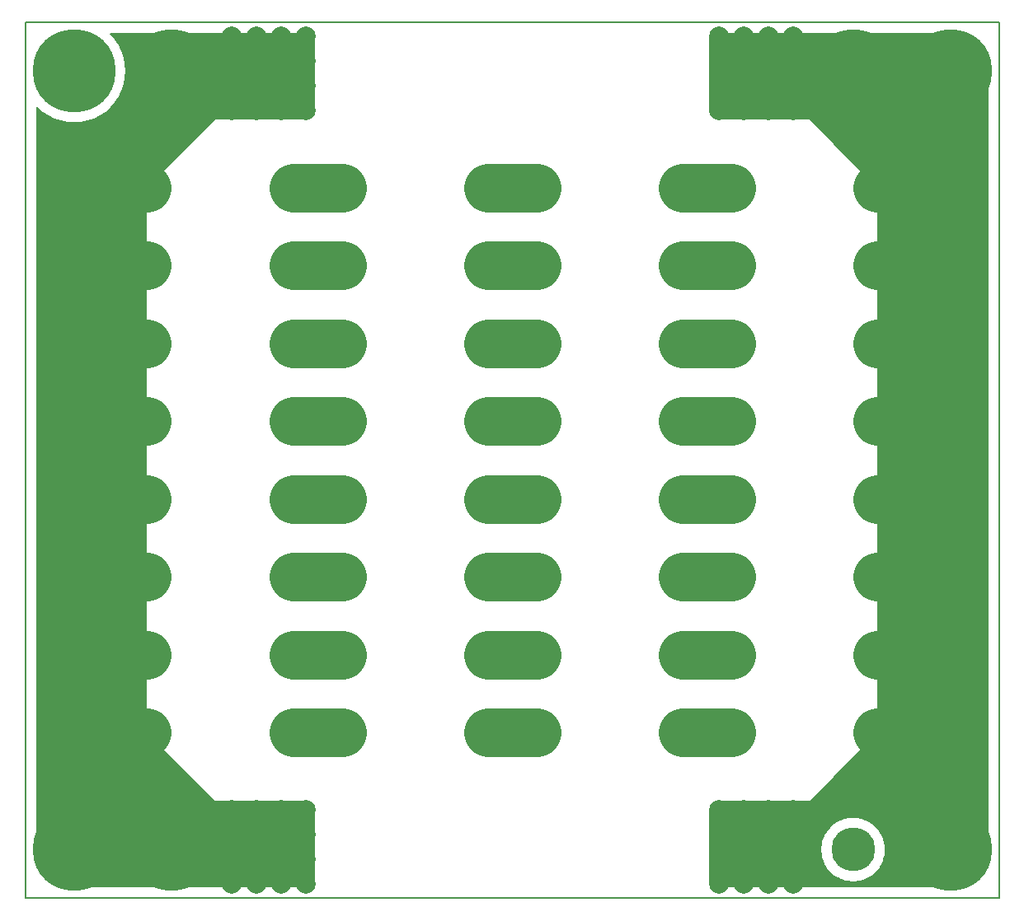
<source format=gtl>
G04 Layer_Physical_Order=1*
G04 Layer_Color=255*
%FSLAX25Y25*%
%MOIN*%
G70*
G01*
G75*
%ADD10C,0.19685*%
%ADD11C,0.00787*%
%ADD12C,0.11811*%
%ADD13C,0.07874*%
%ADD14C,0.17716*%
%ADD15C,0.33465*%
%ADD16C,0.03937*%
G36*
X389333Y158896D02*
Y-158896D01*
X375431Y-172797D01*
X278112D01*
X276575Y-171260D01*
Y-140748D01*
X279528Y-137795D01*
X316929D01*
X326772Y-127953D01*
X344488Y-110236D01*
X344488Y110236D01*
X326772Y127953D01*
X316929Y137795D01*
X279528D01*
X276575Y140748D01*
Y171260D01*
X278112Y172797D01*
X375431D01*
X389333Y158896D01*
D02*
G37*
G36*
X117126Y171260D02*
Y140748D01*
X114173Y137795D01*
X76772Y137795D01*
X66929Y127953D01*
X49213Y110236D01*
X49213Y-110236D01*
X66929Y-127953D01*
X76772Y-137795D01*
X114173D01*
X117126Y-140748D01*
Y-171260D01*
X115589Y-172797D01*
X18270D01*
X4368Y-158896D01*
Y142888D01*
X4836Y143064D01*
X5038Y142833D01*
X7075Y141047D01*
X9328Y139542D01*
X11758Y138343D01*
X14324Y137472D01*
X16981Y136944D01*
X19685Y136767D01*
X22389Y136944D01*
X25046Y137472D01*
X27612Y138343D01*
X30042Y139542D01*
X32295Y141047D01*
X34332Y142833D01*
X36118Y144871D01*
X37624Y147124D01*
X38822Y149554D01*
X39693Y152119D01*
X40222Y154777D01*
X40399Y157480D01*
X40222Y160184D01*
X39693Y162841D01*
X38822Y165407D01*
X37624Y167837D01*
X36118Y170090D01*
X34332Y172127D01*
X34101Y172329D01*
X34277Y172797D01*
X115589D01*
X117126Y171260D01*
D02*
G37*
%LPC*%
G36*
X334646Y-144608D02*
X334452Y-144634D01*
X334256Y-144627D01*
X332520Y-144798D01*
X332141Y-144887D01*
X331756Y-144950D01*
X330731Y-145261D01*
X330679Y-145274D01*
X330650Y-145286D01*
X330087Y-145457D01*
X329732Y-145617D01*
X329367Y-145755D01*
X328848Y-146032D01*
X328819Y-146044D01*
X328773Y-146072D01*
X327829Y-146577D01*
X327512Y-146804D01*
X327181Y-147010D01*
X325833Y-148117D01*
X325566Y-148401D01*
X325282Y-148667D01*
X324175Y-150016D01*
X323969Y-150347D01*
X323743Y-150663D01*
X323237Y-151608D01*
X323210Y-151653D01*
X323198Y-151683D01*
X322920Y-152202D01*
X322783Y-152567D01*
X322622Y-152921D01*
X322451Y-153485D01*
X322439Y-153514D01*
X322427Y-153566D01*
X322116Y-154591D01*
X322052Y-154975D01*
X321964Y-155355D01*
X321793Y-157091D01*
X321805Y-157480D01*
X321793Y-157870D01*
X321964Y-159606D01*
X322052Y-159985D01*
X322116Y-160370D01*
X322427Y-161395D01*
X322439Y-161446D01*
X322451Y-161476D01*
X322622Y-162039D01*
X322783Y-162394D01*
X322920Y-162759D01*
X323198Y-163278D01*
X323210Y-163307D01*
X323237Y-163353D01*
X323743Y-164297D01*
X323969Y-164614D01*
X324175Y-164945D01*
X325282Y-166294D01*
X325566Y-166560D01*
X325833Y-166844D01*
X327181Y-167951D01*
X327512Y-168157D01*
X327829Y-168383D01*
X328773Y-168888D01*
X328819Y-168916D01*
X328848Y-168929D01*
X329367Y-169206D01*
X329732Y-169343D01*
X330087Y-169504D01*
X330650Y-169675D01*
X330679Y-169687D01*
X330731Y-169699D01*
X331756Y-170010D01*
X332141Y-170074D01*
X332520Y-170162D01*
X334256Y-170333D01*
X334452Y-170327D01*
X334646Y-170352D01*
X334840Y-170327D01*
X335035Y-170333D01*
X336771Y-170162D01*
X337151Y-170074D01*
X337535Y-170010D01*
X338560Y-169699D01*
X338612Y-169687D01*
X338641Y-169675D01*
X339205Y-169504D01*
X339559Y-169343D01*
X339924Y-169206D01*
X340443Y-168929D01*
X340473Y-168916D01*
X340518Y-168888D01*
X340518Y-168888D01*
X341463Y-168383D01*
X341779Y-168157D01*
X342110Y-167951D01*
X343459Y-166844D01*
X343725Y-166560D01*
X344009Y-166294D01*
X345116Y-164945D01*
X345322Y-164614D01*
X345549Y-164297D01*
X346054Y-163353D01*
X346082Y-163307D01*
X346094Y-163278D01*
X346371Y-162759D01*
X346509Y-162394D01*
X346669Y-162039D01*
X346840Y-161476D01*
X346852Y-161446D01*
X346865Y-161395D01*
X347176Y-160370D01*
X347239Y-159985D01*
X347328Y-159606D01*
X347499Y-157870D01*
X347486Y-157480D01*
X347499Y-157091D01*
X347328Y-155355D01*
X347239Y-154975D01*
X347176Y-154591D01*
X346865Y-153566D01*
X346852Y-153514D01*
X346840Y-153485D01*
X346669Y-152921D01*
X346509Y-152567D01*
X346371Y-152202D01*
X346094Y-151683D01*
X346082Y-151653D01*
X346054Y-151608D01*
X345549Y-150663D01*
X345322Y-150347D01*
X345116Y-150016D01*
X344009Y-148667D01*
X343725Y-148401D01*
X343459Y-148117D01*
X342110Y-147010D01*
X341779Y-146804D01*
X341463Y-146577D01*
X340518Y-146072D01*
X340473Y-146044D01*
X340443Y-146032D01*
X339924Y-145755D01*
X339559Y-145617D01*
X339205Y-145457D01*
X338641Y-145286D01*
X338612Y-145274D01*
X338560Y-145261D01*
X337535Y-144950D01*
X337151Y-144887D01*
X336771Y-144798D01*
X335035Y-144627D01*
X334840Y-144634D01*
X334646Y-144608D01*
D02*
G37*
%LPD*%
D10*
X29528Y-47244D02*
X49213D01*
X344488Y-47244D02*
X364173D01*
X265748D02*
X285433D01*
X187008D02*
X206693D01*
X108268Y-47244D02*
X127953D01*
X29528Y-78740D02*
X49213D01*
X29528Y-110236D02*
X49213D01*
X108268D02*
X127953D01*
X108268Y-78740D02*
X127953D01*
X187008Y-110236D02*
X206693D01*
X187008Y-78740D02*
X206693D01*
X265748D02*
X285433D01*
X265748Y-110236D02*
X285433D01*
X344488D02*
X364173D01*
X344488Y-78740D02*
X364173D01*
X29528Y-15748D02*
X49213D01*
X108268D02*
X127953D01*
X187008Y-15748D02*
X206693D01*
X265748D02*
X285433D01*
X344488D02*
X364173D01*
X29528Y47244D02*
X49213D01*
X29528Y15748D02*
X49213D01*
X108268D02*
X127953D01*
X108268Y47244D02*
X127953D01*
X187008Y15748D02*
X206693D01*
X187008Y47244D02*
X206693D01*
X265748D02*
X285433D01*
X265748Y15748D02*
X285433D01*
X344488D02*
X364173D01*
X344488Y47244D02*
X364173D01*
X344488Y110236D02*
X364173D01*
X344488Y78740D02*
X364173D01*
X265748D02*
X285433D01*
X265748Y110236D02*
X285433D01*
X187008D02*
X206693D01*
X187008Y78740D02*
X206693D01*
X108268Y110236D02*
X127953D01*
X108268Y78740D02*
X127953D01*
X29528D02*
X49213D01*
X29528Y110236D02*
X49213D01*
D11*
X0Y-177165D02*
X393701D01*
X0D02*
Y177165D01*
X393701Y-177165D02*
Y177165D01*
X0D02*
X393701D01*
D12*
X285433Y-110236D02*
D03*
X344488D02*
D03*
X206693D02*
D03*
X265748D02*
D03*
X127953D02*
D03*
X187008D02*
D03*
X49213D02*
D03*
X108268D02*
D03*
X285433Y-78740D02*
D03*
X344488D02*
D03*
X206693D02*
D03*
X265748D02*
D03*
X127953D02*
D03*
X187008D02*
D03*
X49213D02*
D03*
X108268D02*
D03*
X285433Y-47244D02*
D03*
X344488D02*
D03*
X206693D02*
D03*
X265748D02*
D03*
X127953D02*
D03*
X187008D02*
D03*
X49213D02*
D03*
X108268D02*
D03*
X285433Y-15748D02*
D03*
X344488D02*
D03*
X206693Y-15748D02*
D03*
X265748D02*
D03*
X127953D02*
D03*
X187008D02*
D03*
X49213Y-15748D02*
D03*
X108268D02*
D03*
X285433Y15748D02*
D03*
X344488D02*
D03*
X206693D02*
D03*
X265748D02*
D03*
X127953D02*
D03*
X187008D02*
D03*
X49213D02*
D03*
X108268D02*
D03*
X285433Y47244D02*
D03*
X344488D02*
D03*
X206693D02*
D03*
X265748D02*
D03*
X127953D02*
D03*
X187008D02*
D03*
X49213D02*
D03*
X108268D02*
D03*
X285433Y78740D02*
D03*
X344488D02*
D03*
X206693D02*
D03*
X265748D02*
D03*
X127953D02*
D03*
X187008D02*
D03*
X49213D02*
D03*
X108268D02*
D03*
X285433Y110236D02*
D03*
X344488D02*
D03*
X206693D02*
D03*
X265748D02*
D03*
X127953D02*
D03*
X187008D02*
D03*
X49213Y110236D02*
D03*
X108268D02*
D03*
D13*
X83425Y171496D02*
D03*
X103425D02*
D03*
X93425D02*
D03*
X113425Y161496D02*
D03*
Y171496D02*
D03*
Y151496D02*
D03*
X103425Y141496D02*
D03*
X113425D02*
D03*
X93425D02*
D03*
X83425D02*
D03*
Y151496D02*
D03*
Y161496D02*
D03*
X93425Y151496D02*
D03*
Y161496D02*
D03*
X103425Y151496D02*
D03*
Y161496D02*
D03*
X310276Y-171496D02*
D03*
X290276D02*
D03*
X300276D02*
D03*
X280276Y-161496D02*
D03*
Y-171496D02*
D03*
Y-151496D02*
D03*
X290276Y-141496D02*
D03*
X280276D02*
D03*
X300276D02*
D03*
X310276D02*
D03*
Y-151496D02*
D03*
Y-161496D02*
D03*
X300276Y-151496D02*
D03*
Y-161496D02*
D03*
X290276Y-151496D02*
D03*
Y-161496D02*
D03*
X280276Y171496D02*
D03*
X300276D02*
D03*
X290276D02*
D03*
X310276Y161496D02*
D03*
Y171496D02*
D03*
Y151496D02*
D03*
X300276Y141496D02*
D03*
X310276D02*
D03*
X290276D02*
D03*
X280276D02*
D03*
Y151496D02*
D03*
Y161496D02*
D03*
X290276Y151496D02*
D03*
Y161496D02*
D03*
X300276Y151496D02*
D03*
Y161496D02*
D03*
X113425Y-171496D02*
D03*
X93425D02*
D03*
X103425D02*
D03*
X83425Y-161496D02*
D03*
Y-171496D02*
D03*
Y-151496D02*
D03*
X93425Y-141496D02*
D03*
X83425D02*
D03*
X103425D02*
D03*
X113425D02*
D03*
Y-151496D02*
D03*
Y-161496D02*
D03*
X103425Y-151496D02*
D03*
Y-161496D02*
D03*
X93425Y-151496D02*
D03*
Y-161496D02*
D03*
D14*
X334646Y-157480D02*
D03*
D15*
X59055Y157480D02*
D03*
Y-157480D02*
D03*
X19685D02*
D03*
Y157480D02*
D03*
X334646D02*
D03*
X374016D02*
D03*
Y-157480D02*
D03*
D16*
X7752Y-150591D02*
D03*
X19685Y-143701D02*
D03*
X12795Y-145547D02*
D03*
X7752Y-164370D02*
D03*
X5906Y-157480D02*
D03*
X12795Y-169414D02*
D03*
X26575D02*
D03*
X19685Y-171260D02*
D03*
X31618Y-164370D02*
D03*
Y-150591D02*
D03*
X33465Y-157480D02*
D03*
X26575Y-145547D02*
D03*
X47122Y-150591D02*
D03*
X59055Y-143701D02*
D03*
X52165Y-145547D02*
D03*
X47122Y-164370D02*
D03*
X45276Y-157480D02*
D03*
X52165Y-169414D02*
D03*
X65945D02*
D03*
X59055Y-171260D02*
D03*
X70989Y-164370D02*
D03*
Y-150591D02*
D03*
X72835Y-157480D02*
D03*
X65945Y-145547D02*
D03*
X362082Y-150591D02*
D03*
X374016Y-143701D02*
D03*
X367126Y-145547D02*
D03*
X362082Y-164370D02*
D03*
X360236Y-157480D02*
D03*
X367126Y-169414D02*
D03*
X380906D02*
D03*
X374016Y-171260D02*
D03*
X385949Y-164370D02*
D03*
Y-150591D02*
D03*
X387795Y-157480D02*
D03*
X380906Y-145547D02*
D03*
X362082Y164370D02*
D03*
X374016Y171260D02*
D03*
X367126Y169414D02*
D03*
X362082Y150591D02*
D03*
X360236Y157480D02*
D03*
X367126Y145547D02*
D03*
X380906D02*
D03*
X374016Y143701D02*
D03*
X385949Y150591D02*
D03*
Y164370D02*
D03*
X387795Y157480D02*
D03*
X380906Y169414D02*
D03*
X322712Y164370D02*
D03*
X334646Y171260D02*
D03*
X327756Y169414D02*
D03*
X322712Y150591D02*
D03*
X320866Y157480D02*
D03*
X327756Y145547D02*
D03*
X341535D02*
D03*
X334646Y143701D02*
D03*
X346579Y150591D02*
D03*
Y164370D02*
D03*
X348425Y157480D02*
D03*
X341535Y169414D02*
D03*
X47122Y164370D02*
D03*
X59055Y171260D02*
D03*
X52165Y169414D02*
D03*
X47122Y150591D02*
D03*
X45276Y157480D02*
D03*
X52165Y145547D02*
D03*
X65945D02*
D03*
X59055Y143701D02*
D03*
X70989Y150591D02*
D03*
Y164370D02*
D03*
X72835Y157480D02*
D03*
X65945Y169414D02*
D03*
X7752Y164370D02*
D03*
X19685Y171260D02*
D03*
X12795Y169414D02*
D03*
X7752Y150591D02*
D03*
X5906Y157480D02*
D03*
X12795Y145547D02*
D03*
X26575D02*
D03*
X19685Y143701D02*
D03*
X31618Y150591D02*
D03*
Y164370D02*
D03*
X33465Y157480D02*
D03*
X26575Y169414D02*
D03*
M02*

</source>
